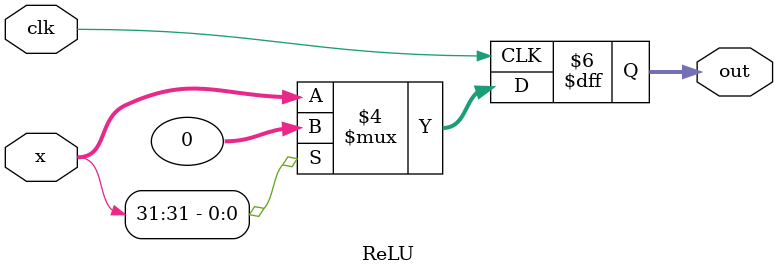
<source format=v>
`timescale 1ns / 1ps

  module ReLU  (
    input           clk,
    input   [31:0]   x,
    output  reg [31:0]  out
);


always @(posedge clk)
begin
    // 1 signbit weightIntWidth inputIntWdith weightFrac inputFrac
    if(x[31] == 0)
            out <= x;
    // negative: output is 0
    else 
        out <= 0;      
end

endmodule

</source>
